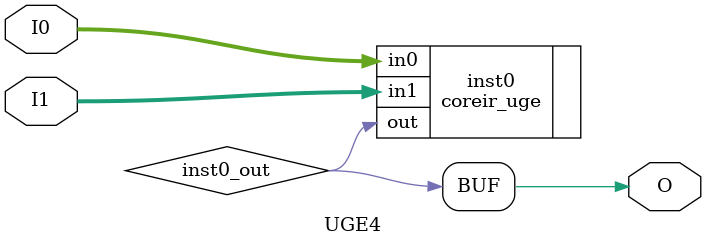
<source format=v>
module UGE4 (input [3:0] I0, input [3:0] I1, output  O);
wire  inst0_out;
coreir_uge inst0 (.in0(I0), .in1(I1), .out(inst0_out));
assign O = inst0_out;
endmodule


</source>
